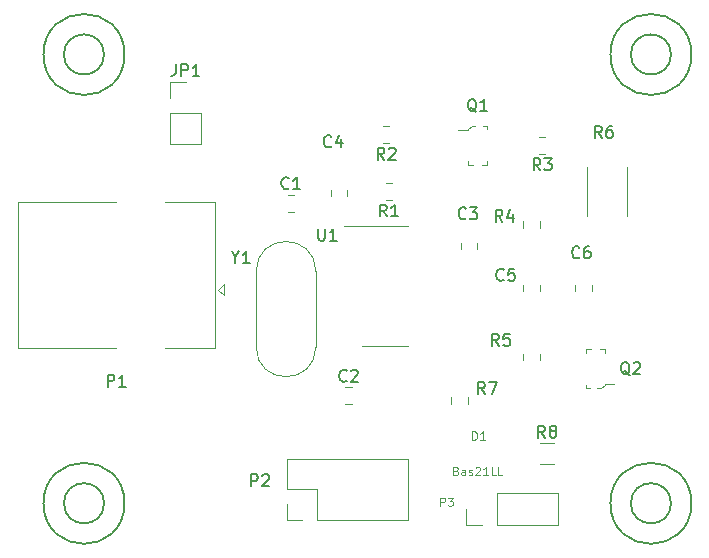
<source format=gto>
G04 #@! TF.GenerationSoftware,KiCad,Pcbnew,5.1.5+dfsg1-2build2*
G04 #@! TF.CreationDate,2022-01-21T07:49:17-05:00*
G04 #@! TF.ProjectId,lin_usb,6c696e5f-7573-4622-9e6b-696361645f70,rev?*
G04 #@! TF.SameCoordinates,Original*
G04 #@! TF.FileFunction,Legend,Top*
G04 #@! TF.FilePolarity,Positive*
%FSLAX46Y46*%
G04 Gerber Fmt 4.6, Leading zero omitted, Abs format (unit mm)*
G04 Created by KiCad (PCBNEW 5.1.5+dfsg1-2build2) date 2022-01-21 07:49:17*
%MOMM*%
%LPD*%
G04 APERTURE LIST*
%ADD10C,0.120000*%
%ADD11C,0.100000*%
%ADD12C,0.152400*%
%ADD13C,0.203200*%
%ADD14C,0.150000*%
%ADD15C,0.070000*%
G04 APERTURE END LIST*
D10*
X155625000Y-104360000D02*
G75*
G03X150575000Y-104360000I-2525000J0D01*
G01*
X155625000Y-110760000D02*
G75*
G02X150575000Y-110760000I-2525000J0D01*
G01*
X155625000Y-110760000D02*
X155625000Y-104360000D01*
X150575000Y-110760000D02*
X150575000Y-104360000D01*
X161500000Y-100540000D02*
X158050000Y-100540000D01*
X161500000Y-100540000D02*
X163450000Y-100540000D01*
X161500000Y-110660000D02*
X159550000Y-110660000D01*
X161500000Y-110660000D02*
X163450000Y-110660000D01*
X174597936Y-120710000D02*
X175802064Y-120710000D01*
X174597936Y-118890000D02*
X175802064Y-118890000D01*
X167090000Y-115038748D02*
X167090000Y-115561252D01*
X168510000Y-115038748D02*
X168510000Y-115561252D01*
X182010000Y-99652064D02*
X182010000Y-95547936D01*
X178590000Y-99652064D02*
X178590000Y-95547936D01*
X174610000Y-111861252D02*
X174610000Y-111338748D01*
X173190000Y-111861252D02*
X173190000Y-111338748D01*
X174610000Y-100661252D02*
X174610000Y-100138748D01*
X173190000Y-100661252D02*
X173190000Y-100138748D01*
X175061252Y-92990000D02*
X174538748Y-92990000D01*
X175061252Y-94410000D02*
X174538748Y-94410000D01*
X161861252Y-92090000D02*
X161338748Y-92090000D01*
X161861252Y-93510000D02*
X161338748Y-93510000D01*
X162061252Y-96890000D02*
X161538748Y-96890000D01*
X162061252Y-98310000D02*
X161538748Y-98310000D01*
D11*
X178475000Y-114250000D02*
X178475000Y-113950000D01*
X178850000Y-114250000D02*
X178475000Y-114250000D01*
X178475000Y-110950000D02*
X178925000Y-110950000D01*
X178475000Y-111250000D02*
X178475000Y-110950000D01*
X178475000Y-111175000D02*
X178475000Y-111300000D01*
X180125000Y-110950000D02*
X180125000Y-111300000D01*
X179650000Y-110950000D02*
X180125000Y-110950000D01*
X180125000Y-113925000D02*
X180900000Y-113925000D01*
X180125000Y-113975000D02*
X180125000Y-113925000D01*
X179750000Y-114250000D02*
X180125000Y-113975000D01*
X179475000Y-114250000D02*
X179750000Y-114250000D01*
X170125000Y-92050000D02*
X170125000Y-92350000D01*
X169750000Y-92050000D02*
X170125000Y-92050000D01*
X170125000Y-95350000D02*
X169675000Y-95350000D01*
X170125000Y-95050000D02*
X170125000Y-95350000D01*
X170125000Y-95125000D02*
X170125000Y-95000000D01*
X168475000Y-95350000D02*
X168475000Y-95000000D01*
X168950000Y-95350000D02*
X168475000Y-95350000D01*
X168475000Y-92375000D02*
X167700000Y-92375000D01*
X168475000Y-92325000D02*
X168475000Y-92375000D01*
X168850000Y-92050000D02*
X168475000Y-92325000D01*
X169125000Y-92050000D02*
X168850000Y-92050000D01*
D10*
X153170000Y-125430000D02*
X153170000Y-124100000D01*
X154500000Y-125430000D02*
X153170000Y-125430000D01*
X153170000Y-122830000D02*
X153170000Y-120230000D01*
X155770000Y-122830000D02*
X153170000Y-122830000D01*
X155770000Y-125430000D02*
X155770000Y-122830000D01*
X153170000Y-120230000D02*
X163450000Y-120230000D01*
X155770000Y-125430000D02*
X163450000Y-125430000D01*
X163450000Y-125430000D02*
X163450000Y-120230000D01*
X147820000Y-105400000D02*
X147320000Y-105900000D01*
X147820000Y-106400000D02*
X147820000Y-105400000D01*
X147320000Y-105900000D02*
X147820000Y-106400000D01*
X130380000Y-98490000D02*
X138740000Y-98490000D01*
X130380000Y-110810000D02*
X130380000Y-98490000D01*
X138740000Y-110810000D02*
X130380000Y-110810000D01*
X147100000Y-98490000D02*
X142840000Y-98490000D01*
X147100000Y-110810000D02*
X147100000Y-98490000D01*
X142840000Y-110810000D02*
X147100000Y-110810000D01*
X143270000Y-88370000D02*
X144600000Y-88370000D01*
X143270000Y-89700000D02*
X143270000Y-88370000D01*
X143270000Y-90970000D02*
X145930000Y-90970000D01*
X145930000Y-90970000D02*
X145930000Y-93570000D01*
X143270000Y-90970000D02*
X143270000Y-93570000D01*
X143270000Y-93570000D02*
X145930000Y-93570000D01*
D12*
X139429000Y-124000000D02*
G75*
G03X139429000Y-124000000I-3429000J0D01*
G01*
D13*
X137700000Y-124000000D02*
G75*
G03X137700000Y-124000000I-1700000J0D01*
G01*
D12*
X187429000Y-86000000D02*
G75*
G03X187429000Y-86000000I-3429000J0D01*
G01*
D13*
X185700000Y-86000000D02*
G75*
G03X185700000Y-86000000I-1700000J0D01*
G01*
D12*
X187429000Y-124000000D02*
G75*
G03X187429000Y-124000000I-3429000J0D01*
G01*
D13*
X185700000Y-124000000D02*
G75*
G03X185700000Y-124000000I-1700000J0D01*
G01*
D12*
X139429000Y-86000000D02*
G75*
G03X139429000Y-86000000I-3429000J0D01*
G01*
D13*
X137700000Y-86000000D02*
G75*
G03X137700000Y-86000000I-1700000J0D01*
G01*
D10*
X179010000Y-106061252D02*
X179010000Y-105538748D01*
X177590000Y-106061252D02*
X177590000Y-105538748D01*
X174610000Y-106061252D02*
X174610000Y-105538748D01*
X173190000Y-106061252D02*
X173190000Y-105538748D01*
X158310000Y-97961252D02*
X158310000Y-97438748D01*
X156890000Y-97961252D02*
X156890000Y-97438748D01*
X167890000Y-101938748D02*
X167890000Y-102461252D01*
X169310000Y-101938748D02*
X169310000Y-102461252D01*
X158138748Y-115610000D02*
X158661252Y-115610000D01*
X158138748Y-114190000D02*
X158661252Y-114190000D01*
X153238748Y-99310000D02*
X153761252Y-99310000D01*
X153238748Y-97890000D02*
X153761252Y-97890000D01*
X176110000Y-125830000D02*
X176110000Y-123170000D01*
X170970000Y-125830000D02*
X176110000Y-125830000D01*
X170970000Y-123170000D02*
X176110000Y-123170000D01*
X170970000Y-125830000D02*
X170970000Y-123170000D01*
X169700000Y-125830000D02*
X168370000Y-125830000D01*
X168370000Y-125830000D02*
X168370000Y-124500000D01*
D14*
X148823809Y-103176190D02*
X148823809Y-103652380D01*
X148490476Y-102652380D02*
X148823809Y-103176190D01*
X149157142Y-102652380D01*
X150014285Y-103652380D02*
X149442857Y-103652380D01*
X149728571Y-103652380D02*
X149728571Y-102652380D01*
X149633333Y-102795238D01*
X149538095Y-102890476D01*
X149442857Y-102938095D01*
X155838095Y-100752380D02*
X155838095Y-101561904D01*
X155885714Y-101657142D01*
X155933333Y-101704761D01*
X156028571Y-101752380D01*
X156219047Y-101752380D01*
X156314285Y-101704761D01*
X156361904Y-101657142D01*
X156409523Y-101561904D01*
X156409523Y-100752380D01*
X157409523Y-101752380D02*
X156838095Y-101752380D01*
X157123809Y-101752380D02*
X157123809Y-100752380D01*
X157028571Y-100895238D01*
X156933333Y-100990476D01*
X156838095Y-101038095D01*
X175033333Y-118432380D02*
X174700000Y-117956190D01*
X174461904Y-118432380D02*
X174461904Y-117432380D01*
X174842857Y-117432380D01*
X174938095Y-117480000D01*
X174985714Y-117527619D01*
X175033333Y-117622857D01*
X175033333Y-117765714D01*
X174985714Y-117860952D01*
X174938095Y-117908571D01*
X174842857Y-117956190D01*
X174461904Y-117956190D01*
X175604761Y-117860952D02*
X175509523Y-117813333D01*
X175461904Y-117765714D01*
X175414285Y-117670476D01*
X175414285Y-117622857D01*
X175461904Y-117527619D01*
X175509523Y-117480000D01*
X175604761Y-117432380D01*
X175795238Y-117432380D01*
X175890476Y-117480000D01*
X175938095Y-117527619D01*
X175985714Y-117622857D01*
X175985714Y-117670476D01*
X175938095Y-117765714D01*
X175890476Y-117813333D01*
X175795238Y-117860952D01*
X175604761Y-117860952D01*
X175509523Y-117908571D01*
X175461904Y-117956190D01*
X175414285Y-118051428D01*
X175414285Y-118241904D01*
X175461904Y-118337142D01*
X175509523Y-118384761D01*
X175604761Y-118432380D01*
X175795238Y-118432380D01*
X175890476Y-118384761D01*
X175938095Y-118337142D01*
X175985714Y-118241904D01*
X175985714Y-118051428D01*
X175938095Y-117956190D01*
X175890476Y-117908571D01*
X175795238Y-117860952D01*
X169933333Y-114752380D02*
X169600000Y-114276190D01*
X169361904Y-114752380D02*
X169361904Y-113752380D01*
X169742857Y-113752380D01*
X169838095Y-113800000D01*
X169885714Y-113847619D01*
X169933333Y-113942857D01*
X169933333Y-114085714D01*
X169885714Y-114180952D01*
X169838095Y-114228571D01*
X169742857Y-114276190D01*
X169361904Y-114276190D01*
X170266666Y-113752380D02*
X170933333Y-113752380D01*
X170504761Y-114752380D01*
X179833333Y-93052380D02*
X179500000Y-92576190D01*
X179261904Y-93052380D02*
X179261904Y-92052380D01*
X179642857Y-92052380D01*
X179738095Y-92100000D01*
X179785714Y-92147619D01*
X179833333Y-92242857D01*
X179833333Y-92385714D01*
X179785714Y-92480952D01*
X179738095Y-92528571D01*
X179642857Y-92576190D01*
X179261904Y-92576190D01*
X180690476Y-92052380D02*
X180500000Y-92052380D01*
X180404761Y-92100000D01*
X180357142Y-92147619D01*
X180261904Y-92290476D01*
X180214285Y-92480952D01*
X180214285Y-92861904D01*
X180261904Y-92957142D01*
X180309523Y-93004761D01*
X180404761Y-93052380D01*
X180595238Y-93052380D01*
X180690476Y-93004761D01*
X180738095Y-92957142D01*
X180785714Y-92861904D01*
X180785714Y-92623809D01*
X180738095Y-92528571D01*
X180690476Y-92480952D01*
X180595238Y-92433333D01*
X180404761Y-92433333D01*
X180309523Y-92480952D01*
X180261904Y-92528571D01*
X180214285Y-92623809D01*
X171133333Y-110652380D02*
X170800000Y-110176190D01*
X170561904Y-110652380D02*
X170561904Y-109652380D01*
X170942857Y-109652380D01*
X171038095Y-109700000D01*
X171085714Y-109747619D01*
X171133333Y-109842857D01*
X171133333Y-109985714D01*
X171085714Y-110080952D01*
X171038095Y-110128571D01*
X170942857Y-110176190D01*
X170561904Y-110176190D01*
X172038095Y-109652380D02*
X171561904Y-109652380D01*
X171514285Y-110128571D01*
X171561904Y-110080952D01*
X171657142Y-110033333D01*
X171895238Y-110033333D01*
X171990476Y-110080952D01*
X172038095Y-110128571D01*
X172085714Y-110223809D01*
X172085714Y-110461904D01*
X172038095Y-110557142D01*
X171990476Y-110604761D01*
X171895238Y-110652380D01*
X171657142Y-110652380D01*
X171561904Y-110604761D01*
X171514285Y-110557142D01*
X171433333Y-100152380D02*
X171100000Y-99676190D01*
X170861904Y-100152380D02*
X170861904Y-99152380D01*
X171242857Y-99152380D01*
X171338095Y-99200000D01*
X171385714Y-99247619D01*
X171433333Y-99342857D01*
X171433333Y-99485714D01*
X171385714Y-99580952D01*
X171338095Y-99628571D01*
X171242857Y-99676190D01*
X170861904Y-99676190D01*
X172290476Y-99485714D02*
X172290476Y-100152380D01*
X172052380Y-99104761D02*
X171814285Y-99819047D01*
X172433333Y-99819047D01*
X174633333Y-95802380D02*
X174300000Y-95326190D01*
X174061904Y-95802380D02*
X174061904Y-94802380D01*
X174442857Y-94802380D01*
X174538095Y-94850000D01*
X174585714Y-94897619D01*
X174633333Y-94992857D01*
X174633333Y-95135714D01*
X174585714Y-95230952D01*
X174538095Y-95278571D01*
X174442857Y-95326190D01*
X174061904Y-95326190D01*
X174966666Y-94802380D02*
X175585714Y-94802380D01*
X175252380Y-95183333D01*
X175395238Y-95183333D01*
X175490476Y-95230952D01*
X175538095Y-95278571D01*
X175585714Y-95373809D01*
X175585714Y-95611904D01*
X175538095Y-95707142D01*
X175490476Y-95754761D01*
X175395238Y-95802380D01*
X175109523Y-95802380D01*
X175014285Y-95754761D01*
X174966666Y-95707142D01*
X161433333Y-94902380D02*
X161100000Y-94426190D01*
X160861904Y-94902380D02*
X160861904Y-93902380D01*
X161242857Y-93902380D01*
X161338095Y-93950000D01*
X161385714Y-93997619D01*
X161433333Y-94092857D01*
X161433333Y-94235714D01*
X161385714Y-94330952D01*
X161338095Y-94378571D01*
X161242857Y-94426190D01*
X160861904Y-94426190D01*
X161814285Y-93997619D02*
X161861904Y-93950000D01*
X161957142Y-93902380D01*
X162195238Y-93902380D01*
X162290476Y-93950000D01*
X162338095Y-93997619D01*
X162385714Y-94092857D01*
X162385714Y-94188095D01*
X162338095Y-94330952D01*
X161766666Y-94902380D01*
X162385714Y-94902380D01*
X161633333Y-99702380D02*
X161300000Y-99226190D01*
X161061904Y-99702380D02*
X161061904Y-98702380D01*
X161442857Y-98702380D01*
X161538095Y-98750000D01*
X161585714Y-98797619D01*
X161633333Y-98892857D01*
X161633333Y-99035714D01*
X161585714Y-99130952D01*
X161538095Y-99178571D01*
X161442857Y-99226190D01*
X161061904Y-99226190D01*
X162585714Y-99702380D02*
X162014285Y-99702380D01*
X162300000Y-99702380D02*
X162300000Y-98702380D01*
X162204761Y-98845238D01*
X162109523Y-98940476D01*
X162014285Y-98988095D01*
X182204761Y-113147619D02*
X182109523Y-113100000D01*
X182014285Y-113004761D01*
X181871428Y-112861904D01*
X181776190Y-112814285D01*
X181680952Y-112814285D01*
X181728571Y-113052380D02*
X181633333Y-113004761D01*
X181538095Y-112909523D01*
X181490476Y-112719047D01*
X181490476Y-112385714D01*
X181538095Y-112195238D01*
X181633333Y-112100000D01*
X181728571Y-112052380D01*
X181919047Y-112052380D01*
X182014285Y-112100000D01*
X182109523Y-112195238D01*
X182157142Y-112385714D01*
X182157142Y-112719047D01*
X182109523Y-112909523D01*
X182014285Y-113004761D01*
X181919047Y-113052380D01*
X181728571Y-113052380D01*
X182538095Y-112147619D02*
X182585714Y-112100000D01*
X182680952Y-112052380D01*
X182919047Y-112052380D01*
X183014285Y-112100000D01*
X183061904Y-112147619D01*
X183109523Y-112242857D01*
X183109523Y-112338095D01*
X183061904Y-112480952D01*
X182490476Y-113052380D01*
X183109523Y-113052380D01*
X169229761Y-90872619D02*
X169134523Y-90825000D01*
X169039285Y-90729761D01*
X168896428Y-90586904D01*
X168801190Y-90539285D01*
X168705952Y-90539285D01*
X168753571Y-90777380D02*
X168658333Y-90729761D01*
X168563095Y-90634523D01*
X168515476Y-90444047D01*
X168515476Y-90110714D01*
X168563095Y-89920238D01*
X168658333Y-89825000D01*
X168753571Y-89777380D01*
X168944047Y-89777380D01*
X169039285Y-89825000D01*
X169134523Y-89920238D01*
X169182142Y-90110714D01*
X169182142Y-90444047D01*
X169134523Y-90634523D01*
X169039285Y-90729761D01*
X168944047Y-90777380D01*
X168753571Y-90777380D01*
X170134523Y-90777380D02*
X169563095Y-90777380D01*
X169848809Y-90777380D02*
X169848809Y-89777380D01*
X169753571Y-89920238D01*
X169658333Y-90015476D01*
X169563095Y-90063095D01*
X150161904Y-122552380D02*
X150161904Y-121552380D01*
X150542857Y-121552380D01*
X150638095Y-121600000D01*
X150685714Y-121647619D01*
X150733333Y-121742857D01*
X150733333Y-121885714D01*
X150685714Y-121980952D01*
X150638095Y-122028571D01*
X150542857Y-122076190D01*
X150161904Y-122076190D01*
X151114285Y-121647619D02*
X151161904Y-121600000D01*
X151257142Y-121552380D01*
X151495238Y-121552380D01*
X151590476Y-121600000D01*
X151638095Y-121647619D01*
X151685714Y-121742857D01*
X151685714Y-121838095D01*
X151638095Y-121980952D01*
X151066666Y-122552380D01*
X151685714Y-122552380D01*
X138001904Y-114122380D02*
X138001904Y-113122380D01*
X138382857Y-113122380D01*
X138478095Y-113170000D01*
X138525714Y-113217619D01*
X138573333Y-113312857D01*
X138573333Y-113455714D01*
X138525714Y-113550952D01*
X138478095Y-113598571D01*
X138382857Y-113646190D01*
X138001904Y-113646190D01*
X139525714Y-114122380D02*
X138954285Y-114122380D01*
X139240000Y-114122380D02*
X139240000Y-113122380D01*
X139144761Y-113265238D01*
X139049523Y-113360476D01*
X138954285Y-113408095D01*
X143766666Y-86822380D02*
X143766666Y-87536666D01*
X143719047Y-87679523D01*
X143623809Y-87774761D01*
X143480952Y-87822380D01*
X143385714Y-87822380D01*
X144242857Y-87822380D02*
X144242857Y-86822380D01*
X144623809Y-86822380D01*
X144719047Y-86870000D01*
X144766666Y-86917619D01*
X144814285Y-87012857D01*
X144814285Y-87155714D01*
X144766666Y-87250952D01*
X144719047Y-87298571D01*
X144623809Y-87346190D01*
X144242857Y-87346190D01*
X145766666Y-87822380D02*
X145195238Y-87822380D01*
X145480952Y-87822380D02*
X145480952Y-86822380D01*
X145385714Y-86965238D01*
X145290476Y-87060476D01*
X145195238Y-87108095D01*
D15*
X168883333Y-118616666D02*
X168883333Y-117916666D01*
X169050000Y-117916666D01*
X169150000Y-117950000D01*
X169216666Y-118016666D01*
X169250000Y-118083333D01*
X169283333Y-118216666D01*
X169283333Y-118316666D01*
X169250000Y-118450000D01*
X169216666Y-118516666D01*
X169150000Y-118583333D01*
X169050000Y-118616666D01*
X168883333Y-118616666D01*
X169950000Y-118616666D02*
X169550000Y-118616666D01*
X169750000Y-118616666D02*
X169750000Y-117916666D01*
X169683333Y-118016666D01*
X169616666Y-118083333D01*
X169550000Y-118116666D01*
X167516666Y-121250000D02*
X167616666Y-121283333D01*
X167650000Y-121316666D01*
X167683333Y-121383333D01*
X167683333Y-121483333D01*
X167650000Y-121550000D01*
X167616666Y-121583333D01*
X167550000Y-121616666D01*
X167283333Y-121616666D01*
X167283333Y-120916666D01*
X167516666Y-120916666D01*
X167583333Y-120950000D01*
X167616666Y-120983333D01*
X167650000Y-121050000D01*
X167650000Y-121116666D01*
X167616666Y-121183333D01*
X167583333Y-121216666D01*
X167516666Y-121250000D01*
X167283333Y-121250000D01*
X168283333Y-121616666D02*
X168283333Y-121250000D01*
X168250000Y-121183333D01*
X168183333Y-121150000D01*
X168050000Y-121150000D01*
X167983333Y-121183333D01*
X168283333Y-121583333D02*
X168216666Y-121616666D01*
X168050000Y-121616666D01*
X167983333Y-121583333D01*
X167950000Y-121516666D01*
X167950000Y-121450000D01*
X167983333Y-121383333D01*
X168050000Y-121350000D01*
X168216666Y-121350000D01*
X168283333Y-121316666D01*
X168583333Y-121583333D02*
X168650000Y-121616666D01*
X168783333Y-121616666D01*
X168850000Y-121583333D01*
X168883333Y-121516666D01*
X168883333Y-121483333D01*
X168850000Y-121416666D01*
X168783333Y-121383333D01*
X168683333Y-121383333D01*
X168616666Y-121350000D01*
X168583333Y-121283333D01*
X168583333Y-121250000D01*
X168616666Y-121183333D01*
X168683333Y-121150000D01*
X168783333Y-121150000D01*
X168850000Y-121183333D01*
X169150000Y-120983333D02*
X169183333Y-120950000D01*
X169250000Y-120916666D01*
X169416666Y-120916666D01*
X169483333Y-120950000D01*
X169516666Y-120983333D01*
X169550000Y-121050000D01*
X169550000Y-121116666D01*
X169516666Y-121216666D01*
X169116666Y-121616666D01*
X169550000Y-121616666D01*
X170216666Y-121616666D02*
X169816666Y-121616666D01*
X170016666Y-121616666D02*
X170016666Y-120916666D01*
X169950000Y-121016666D01*
X169883333Y-121083333D01*
X169816666Y-121116666D01*
X170850000Y-121616666D02*
X170516666Y-121616666D01*
X170516666Y-120916666D01*
X171416666Y-121616666D02*
X171083333Y-121616666D01*
X171083333Y-120916666D01*
D14*
X177933333Y-103157142D02*
X177885714Y-103204761D01*
X177742857Y-103252380D01*
X177647619Y-103252380D01*
X177504761Y-103204761D01*
X177409523Y-103109523D01*
X177361904Y-103014285D01*
X177314285Y-102823809D01*
X177314285Y-102680952D01*
X177361904Y-102490476D01*
X177409523Y-102395238D01*
X177504761Y-102300000D01*
X177647619Y-102252380D01*
X177742857Y-102252380D01*
X177885714Y-102300000D01*
X177933333Y-102347619D01*
X178790476Y-102252380D02*
X178600000Y-102252380D01*
X178504761Y-102300000D01*
X178457142Y-102347619D01*
X178361904Y-102490476D01*
X178314285Y-102680952D01*
X178314285Y-103061904D01*
X178361904Y-103157142D01*
X178409523Y-103204761D01*
X178504761Y-103252380D01*
X178695238Y-103252380D01*
X178790476Y-103204761D01*
X178838095Y-103157142D01*
X178885714Y-103061904D01*
X178885714Y-102823809D01*
X178838095Y-102728571D01*
X178790476Y-102680952D01*
X178695238Y-102633333D01*
X178504761Y-102633333D01*
X178409523Y-102680952D01*
X178361904Y-102728571D01*
X178314285Y-102823809D01*
X171533333Y-105057142D02*
X171485714Y-105104761D01*
X171342857Y-105152380D01*
X171247619Y-105152380D01*
X171104761Y-105104761D01*
X171009523Y-105009523D01*
X170961904Y-104914285D01*
X170914285Y-104723809D01*
X170914285Y-104580952D01*
X170961904Y-104390476D01*
X171009523Y-104295238D01*
X171104761Y-104200000D01*
X171247619Y-104152380D01*
X171342857Y-104152380D01*
X171485714Y-104200000D01*
X171533333Y-104247619D01*
X172438095Y-104152380D02*
X171961904Y-104152380D01*
X171914285Y-104628571D01*
X171961904Y-104580952D01*
X172057142Y-104533333D01*
X172295238Y-104533333D01*
X172390476Y-104580952D01*
X172438095Y-104628571D01*
X172485714Y-104723809D01*
X172485714Y-104961904D01*
X172438095Y-105057142D01*
X172390476Y-105104761D01*
X172295238Y-105152380D01*
X172057142Y-105152380D01*
X171961904Y-105104761D01*
X171914285Y-105057142D01*
X156933333Y-93757142D02*
X156885714Y-93804761D01*
X156742857Y-93852380D01*
X156647619Y-93852380D01*
X156504761Y-93804761D01*
X156409523Y-93709523D01*
X156361904Y-93614285D01*
X156314285Y-93423809D01*
X156314285Y-93280952D01*
X156361904Y-93090476D01*
X156409523Y-92995238D01*
X156504761Y-92900000D01*
X156647619Y-92852380D01*
X156742857Y-92852380D01*
X156885714Y-92900000D01*
X156933333Y-92947619D01*
X157790476Y-93185714D02*
X157790476Y-93852380D01*
X157552380Y-92804761D02*
X157314285Y-93519047D01*
X157933333Y-93519047D01*
X168333333Y-99857142D02*
X168285714Y-99904761D01*
X168142857Y-99952380D01*
X168047619Y-99952380D01*
X167904761Y-99904761D01*
X167809523Y-99809523D01*
X167761904Y-99714285D01*
X167714285Y-99523809D01*
X167714285Y-99380952D01*
X167761904Y-99190476D01*
X167809523Y-99095238D01*
X167904761Y-99000000D01*
X168047619Y-98952380D01*
X168142857Y-98952380D01*
X168285714Y-99000000D01*
X168333333Y-99047619D01*
X168666666Y-98952380D02*
X169285714Y-98952380D01*
X168952380Y-99333333D01*
X169095238Y-99333333D01*
X169190476Y-99380952D01*
X169238095Y-99428571D01*
X169285714Y-99523809D01*
X169285714Y-99761904D01*
X169238095Y-99857142D01*
X169190476Y-99904761D01*
X169095238Y-99952380D01*
X168809523Y-99952380D01*
X168714285Y-99904761D01*
X168666666Y-99857142D01*
X158233333Y-113607142D02*
X158185714Y-113654761D01*
X158042857Y-113702380D01*
X157947619Y-113702380D01*
X157804761Y-113654761D01*
X157709523Y-113559523D01*
X157661904Y-113464285D01*
X157614285Y-113273809D01*
X157614285Y-113130952D01*
X157661904Y-112940476D01*
X157709523Y-112845238D01*
X157804761Y-112750000D01*
X157947619Y-112702380D01*
X158042857Y-112702380D01*
X158185714Y-112750000D01*
X158233333Y-112797619D01*
X158614285Y-112797619D02*
X158661904Y-112750000D01*
X158757142Y-112702380D01*
X158995238Y-112702380D01*
X159090476Y-112750000D01*
X159138095Y-112797619D01*
X159185714Y-112892857D01*
X159185714Y-112988095D01*
X159138095Y-113130952D01*
X158566666Y-113702380D01*
X159185714Y-113702380D01*
X153333333Y-97307142D02*
X153285714Y-97354761D01*
X153142857Y-97402380D01*
X153047619Y-97402380D01*
X152904761Y-97354761D01*
X152809523Y-97259523D01*
X152761904Y-97164285D01*
X152714285Y-96973809D01*
X152714285Y-96830952D01*
X152761904Y-96640476D01*
X152809523Y-96545238D01*
X152904761Y-96450000D01*
X153047619Y-96402380D01*
X153142857Y-96402380D01*
X153285714Y-96450000D01*
X153333333Y-96497619D01*
X154285714Y-97402380D02*
X153714285Y-97402380D01*
X154000000Y-97402380D02*
X154000000Y-96402380D01*
X153904761Y-96545238D01*
X153809523Y-96640476D01*
X153714285Y-96688095D01*
D15*
X166183333Y-124216666D02*
X166183333Y-123516666D01*
X166450000Y-123516666D01*
X166516666Y-123550000D01*
X166550000Y-123583333D01*
X166583333Y-123650000D01*
X166583333Y-123750000D01*
X166550000Y-123816666D01*
X166516666Y-123850000D01*
X166450000Y-123883333D01*
X166183333Y-123883333D01*
X166816666Y-123516666D02*
X167250000Y-123516666D01*
X167016666Y-123783333D01*
X167116666Y-123783333D01*
X167183333Y-123816666D01*
X167216666Y-123850000D01*
X167250000Y-123916666D01*
X167250000Y-124083333D01*
X167216666Y-124150000D01*
X167183333Y-124183333D01*
X167116666Y-124216666D01*
X166916666Y-124216666D01*
X166850000Y-124183333D01*
X166816666Y-124150000D01*
M02*

</source>
